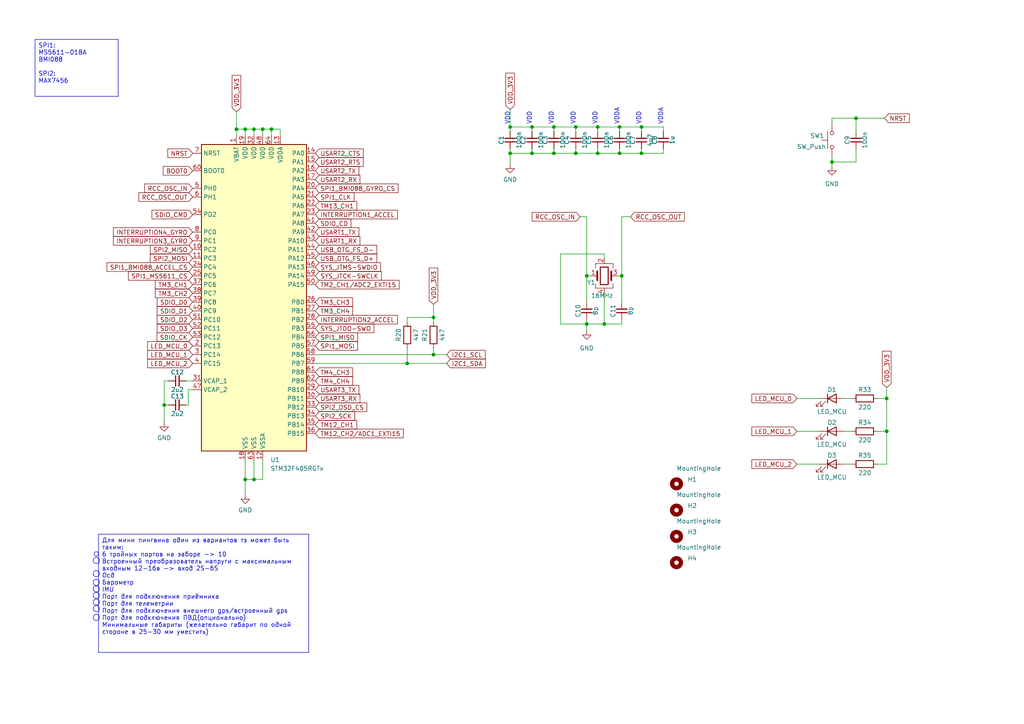
<source format=kicad_sch>
(kicad_sch (version 20230121) (generator eeschema)
  (paper "A4")
  (lib_symbols
    (symbol "Device:C_Small" (pin_numbers hide) (pin_names (offset 0.254) hide)
      (property "Reference" "C" (at 0.254 1.778 0))
      (property "Value" "C_Small" (at 0.254 -2.032 0))
      (symbol "C_Small_0_1"
        (polyline (pts (xy -1.524 -0.508) (xy 1.524 -0.508)) (stroke (width 0.3302)))
        (polyline (pts (xy -1.524 0.508) (xy 1.524 0.508)) (stroke (width 0.3048)))
      )
      (symbol "C_Small_1_1"
        (pin passive line (at 0 2.54 270) (length 2.032) (name "~") (number "1"))
        (pin passive line (at 0 -2.54 90) (length 2.032) (name "~") (number "2"))
      )
    )
    (symbol "Device:Crystal_GND24" (pin_names (offset 1.016) hide)
      (property "Reference" "Y" (at 3.175 5.08 0))
      (property "Value" "Crystal_GND24" (at 3.175 3.175 0))
      (symbol "Crystal_GND24_0_1"
        (rectangle (start -1.143 2.54) (end 1.143 -2.54) (stroke (width 0.3048)))
        (polyline (pts (xy -2.54 0) (xy -2.032 0)))
        (polyline (pts (xy -2.032 -1.27) (xy -2.032 1.27)) (stroke (width 0.508)))
        (polyline (pts (xy 0 -3.81) (xy 0 -3.556)))
        (polyline (pts (xy 0 3.556) (xy 0 3.81)))
        (polyline (pts (xy 2.032 -1.27) (xy 2.032 1.27)) (stroke (width 0.508)))
        (polyline (pts (xy 2.032 0) (xy 2.54 0)))
        (polyline (pts (xy -2.54 -2.286) (xy -2.54 -3.556) (xy 2.54 -3.556) (xy 2.54 -2.286)))
        (polyline (pts (xy -2.54 2.286) (xy -2.54 3.556) (xy 2.54 3.556) (xy 2.54 2.286)))
      )
      (symbol "Crystal_GND24_1_1"
        (pin passive line (at -3.81 0 0) (length 1.27) (name "1") (number "1"))
        (pin passive line (at 0 5.08 270) (length 1.27) (name "2") (number "2"))
        (pin passive line (at 3.81 0 180) (length 1.27) (name "3") (number "3"))
        (pin passive line (at 0 -5.08 90) (length 1.27) (name "4") (number "4"))
      )
    )
    (symbol "Device:LED" (pin_numbers hide) (pin_names (offset 1.016) hide)
      (property "Reference" "D" (at 0 2.54 0))
      (property "Value" "LED" (at 0 -2.54 0))
      (symbol "LED_0_1"
        (polyline (pts (xy -1.27 -1.27) (xy -1.27 1.27)) (stroke (width 0.254)))
        (polyline (pts (xy -1.27 0) (xy 1.27 0)))
        (polyline (pts (xy 1.27 -1.27) (xy 1.27 1.27) (xy -1.27 0) (xy 1.27 -1.27)) (stroke (width 0.254)))
        (polyline (pts (xy -3.048 -0.762) (xy -4.572 -2.286) (xy -3.81 -2.286) (xy -4.572 -2.286) (xy -4.572 -1.524)))
        (polyline (pts (xy -1.778 -0.762) (xy -3.302 -2.286) (xy -2.54 -2.286) (xy -3.302 -2.286) (xy -3.302 -1.524)))
      )
      (symbol "LED_1_1"
        (pin passive line (at -3.81 0 0) (length 2.54) (name "K") (number "1"))
        (pin passive line (at 3.81 0 180) (length 2.54) (name "A") (number "2"))
      )
    )
    (symbol "Device:R" (pin_numbers hide) (pin_names (offset 0))
      (property "Reference" "R" (at 2.032 0 90))
      (property "Value" "R" (at 0 0 90))
      (symbol "R_0_1"
        (rectangle (start -1.016 -2.54) (end 1.016 2.54) (stroke (width 0.254)))
      )
      (symbol "R_1_1"
        (pin passive line (at 0 3.81 270) (length 1.27) (name "~") (number "1"))
        (pin passive line (at 0 -3.81 90) (length 1.27) (name "~") (number "2"))
      )
    )
    (symbol "MCU_ST_STM32F4:STM32F405RGTx"
      (property "Reference" "U1" (at 4.7341 -45.72 0))
      (property "Value" "STM32F405RGTx" (at 4.7341 -48.26 0))
      (symbol "STM32F405RGTx_0_1"
        (rectangle (start -15.24 45.72) (end 15.24 -43.18) (stroke (width 0.254)) (fill (type background)))
      )
      (symbol "STM32F405RGTx_1_1"
        (pin power_in line (at -5.08 48.26 270) (length 2.54) (name "VBAT") (number "1"))
        (pin bidirectional line (at -17.78 15.24 0) (length 2.54) (name "PC2") (number "10"))
        (pin bidirectional line (at -17.78 12.7 0) (length 2.54) (name "PC3") (number "11"))
        (pin power_in line (at 2.54 -45.72 90) (length 2.54) (name "VSSA") (number "12"))
        (pin power_in line (at 7.62 48.26 270) (length 2.54) (name "VDDA") (number "13"))
        (pin bidirectional line (at 17.78 43.18 180) (length 2.54) (name "PA0") (number "14"))
        (pin bidirectional line (at 17.78 40.64 180) (length 2.54) (name "PA1") (number "15"))
        (pin bidirectional line (at 17.78 38.1 180) (length 2.54) (name "PA2") (number "16"))
        (pin bidirectional line (at 17.78 35.56 180) (length 2.54) (name "PA3") (number "17"))
        (pin power_in line (at -2.54 -45.72 90) (length 2.54) (name "VSS") (number "18"))
        (pin power_in line (at -2.54 48.26 270) (length 2.54) (name "VDD") (number "19"))
        (pin bidirectional line (at -17.78 -12.7 0) (length 2.54) (name "PC13") (number "2"))
        (pin bidirectional line (at 17.78 33.02 180) (length 2.54) (name "PA4") (number "20"))
        (pin bidirectional line (at 17.78 30.48 180) (length 2.54) (name "PA5") (number "21"))
        (pin bidirectional line (at 17.78 27.94 180) (length 2.54) (name "PA6") (number "22"))
        (pin bidirectional line (at 17.78 25.4 180) (length 2.54) (name "PA7") (number "23"))
        (pin bidirectional line (at -17.78 10.16 0) (length 2.54) (name "PC4") (number "24"))
        (pin bidirectional line (at -17.78 7.62 0) (length 2.54) (name "PC5") (number "25"))
        (pin bidirectional line (at 17.78 0 180) (length 2.54) (name "PB0") (number "26"))
        (pin bidirectional line (at 17.78 -2.54 180) (length 2.54) (name "PB1") (number "27"))
        (pin bidirectional line (at 17.78 -5.08 180) (length 2.54) (name "PB2") (number "28"))
        (pin bidirectional line (at 17.78 -25.4 180) (length 2.54) (name "PB10") (number "29"))
        (pin bidirectional line (at -17.78 -15.24 0) (length 2.54) (name "PC14") (number "3"))
        (pin bidirectional line (at 17.78 -27.94 180) (length 2.54) (name "PB11") (number "30"))
        (pin power_out line (at -17.78 -22.86 0) (length 2.54) (name "VCAP_1") (number "31"))
        (pin power_in line (at 0 48.26 270) (length 2.54) (name "VDD") (number "32"))
        (pin bidirectional line (at 17.78 -30.48 180) (length 2.54) (name "PB12") (number "33"))
        (pin bidirectional line (at 17.78 -33.02 180) (length 2.54) (name "PB13") (number "34"))
        (pin bidirectional line (at 17.78 -35.56 180) (length 2.54) (name "PB14") (number "35"))
        (pin bidirectional line (at 17.78 -38.1 180) (length 2.54) (name "PB15") (number "36"))
        (pin bidirectional line (at -17.78 5.08 0) (length 2.54) (name "PC6") (number "37"))
        (pin bidirectional line (at -17.78 2.54 0) (length 2.54) (name "PC7") (number "38"))
        (pin bidirectional line (at -17.78 0 0) (length 2.54) (name "PC8") (number "39"))
        (pin bidirectional line (at -17.78 -17.78 0) (length 2.54) (name "PC15") (number "4"))
        (pin bidirectional line (at -17.78 -2.54 0) (length 2.54) (name "PC9") (number "40"))
        (pin bidirectional line (at 17.78 22.86 180) (length 2.54) (name "PA8") (number "41"))
        (pin bidirectional line (at 17.78 20.32 180) (length 2.54) (name "PA9") (number "42"))
        (pin bidirectional line (at 17.78 17.78 180) (length 2.54) (name "PA10") (number "43"))
        (pin bidirectional line (at 17.78 15.24 180) (length 2.54) (name "PA11") (number "44"))
        (pin bidirectional line (at 17.78 12.7 180) (length 2.54) (name "PA12") (number "45"))
        (pin bidirectional line (at 17.78 10.16 180) (length 2.54) (name "PA13") (number "46"))
        (pin power_out line (at -17.78 -25.4 0) (length 2.54) (name "VCAP_2") (number "47"))
        (pin power_in line (at 2.54 48.26 270) (length 2.54) (name "VDD") (number "48"))
        (pin bidirectional line (at 17.78 7.62 180) (length 2.54) (name "PA14") (number "49"))
        (pin bidirectional line (at -17.78 33.02 0) (length 2.54) (name "PH0") (number "5"))
        (pin bidirectional line (at 17.78 5.08 180) (length 2.54) (name "PA15") (number "50"))
        (pin bidirectional line (at -17.78 -5.08 0) (length 2.54) (name "PC10") (number "51"))
        (pin bidirectional line (at -17.78 -7.62 0) (length 2.54) (name "PC11") (number "52"))
        (pin bidirectional line (at -17.78 -10.16 0) (length 2.54) (name "PC12") (number "53"))
        (pin bidirectional line (at -17.78 25.4 0) (length 2.54) (name "PD2") (number "54"))
        (pin bidirectional line (at 17.78 -7.62 180) (length 2.54) (name "PB3") (number "55"))
        (pin bidirectional line (at 17.78 -10.16 180) (length 2.54) (name "PB4") (number "56"))
        (pin bidirectional line (at 17.78 -12.7 180) (length 2.54) (name "PB5") (number "57"))
        (pin bidirectional line (at 17.78 -15.24 180) (length 2.54) (name "PB6") (number "58"))
        (pin bidirectional line (at 17.78 -17.78 180) (length 2.54) (name "PB7") (number "59"))
        (pin bidirectional line (at -17.78 30.48 0) (length 2.54) (name "PH1") (number "6"))
        (pin input line (at -17.78 38.1 0) (length 2.54) (name "BOOT0") (number "60"))
        (pin bidirectional line (at 17.78 -20.32 180) (length 2.54) (name "PB8") (number "61"))
        (pin bidirectional line (at 17.78 -22.86 180) (length 2.54) (name "PB9") (number "62"))
        (pin power_in line (at 0 -45.72 90) (length 2.54) (name "VSS") (number "63"))
        (pin power_in line (at 5.08 48.26 270) (length 2.54) (name "VDD") (number "64"))
        (pin input line (at -17.78 43.18 0) (length 2.54) (name "NRST") (number "7"))
        (pin bidirectional line (at -17.78 20.32 0) (length 2.54) (name "PC0") (number "8"))
        (pin bidirectional line (at -17.78 17.78 0) (length 2.54) (name "PC1") (number "9"))
      )
    )
    (symbol "Mechanical:MountingHole" (pin_names (offset 1.016))
      (property "Reference" "H" (at 0 5.08 0))
      (property "Value" "MountingHole" (at 0 3.175 0))
      (symbol "MountingHole_0_1"
        (circle (center 0 0) (radius 1.27) (stroke (width 1.27)))
      )
    )
    (symbol "Switch:SW_Push" (pin_numbers hide) (pin_names (offset 1.016) hide)
      (property "Reference" "SW" (at 1.27 2.54 0))
      (property "Value" "SW_Push" (at 0 -1.524 0))
      (symbol "SW_Push_0_1"
        (circle (center -2.032 0) (radius 0.508))
        (polyline (pts (xy 0 1.27) (xy 0 3.048)))
        (polyline (pts (xy 2.54 1.27) (xy -2.54 1.27)))
        (circle (center 2.032 0) (radius 0.508))
        (pin passive line (at -5.08 0 0) (length 2.54) (name "1") (number "1"))
        (pin passive line (at 5.08 0 180) (length 2.54) (name "2") (number "2"))
      )
    )
    (symbol "power:GND" (power) (pin_names (offset 0))
      (property "Value" "GND" (at 0 -3.81 0))
      (symbol "GND_0_1"
        (polyline (pts (xy 0 0) (xy 0 -1.27) (xy 1.27 -1.27) (xy 0 -2.54) (xy -1.27 -1.27) (xy 0 -1.27)))
      )
      (symbol "GND_1_1"
        (pin power_in line (at 0 0 270) (length 0) hide (name "GND") (number "1"))
      )
    )
  )
  (junction (at 241.3 46.99))
  (junction (at 118.11 105.41))
  (junction (at 73.66 37.465))
  (junction (at 147.955 44.45))
  (junction (at 78.74 37.465))
  (junction (at 248.285 34.29))
  (junction (at 175.26 93.98))
  (junction (at 170.18 80.01))
  (junction (at 73.66 139.065))
  (junction (at 71.12 37.465))
  (junction (at 160.655 44.45))
  (junction (at 125.73 102.87))
  (junction (at 147.955 36.83))
  (junction (at 71.12 139.065))
  (junction (at 180.34 80.01))
  (junction (at 47.625 117.475))
  (junction (at 76.2 37.465))
  (junction (at 154.305 36.83))
  (junction (at 154.305 44.45))
  (junction (at 186.055 44.45))
  (junction (at 179.705 36.83))
  (junction (at 179.705 44.45))
  (junction (at 68.58 37.465))
  (junction (at 160.655 36.83))
  (junction (at 257.175 115.57))
  (junction (at 257.175 125.095))
  (junction (at 167.005 44.45))
  (junction (at 170.18 93.98))
  (junction (at 173.355 36.83))
  (junction (at 125.73 92.075))
  (junction (at 186.055 36.83))
  (junction (at 173.355 44.45))
  (junction (at 167.005 36.83))
  (wire (pts (xy 248.285 34.29) (xy 248.285 38.1)))
  (wire (pts (xy 241.3 35.56) (xy 241.3 34.29)))
  (wire (pts (xy 192.405 36.83) (xy 186.055 36.83)))
  (wire (pts (xy 170.18 92.71) (xy 170.18 93.98)))
  (wire (pts (xy 167.005 44.45) (xy 160.655 44.45)))
  (wire (pts (xy 73.66 139.065) (xy 76.2 139.065)))
  (wire (pts (xy 180.34 87.63) (xy 180.34 80.01)))
  (wire (pts (xy 160.655 44.45) (xy 154.305 44.45)))
  (wire (pts (xy 54.61 117.475) (xy 54.61 113.03)))
  (wire (pts (xy 175.26 73.66) (xy 175.26 74.93)))
  (wire (pts (xy 231.14 134.62) (xy 237.49 134.62)))
  (wire (pts (xy 160.655 43.18) (xy 160.655 44.45)))
  (wire (pts (xy 257.175 115.57) (xy 257.175 125.095)))
  (wire (pts (xy 160.655 36.83) (xy 160.655 38.1)))
  (wire (pts (xy 170.18 62.865) (xy 170.18 80.01)))
  (wire (pts (xy 186.055 43.18) (xy 186.055 44.45)))
  (wire (pts (xy 179.07 80.01) (xy 180.34 80.01)))
  (wire (pts (xy 71.12 133.35) (xy 71.12 139.065)))
  (wire (pts (xy 192.405 44.45) (xy 186.055 44.45)))
  (wire (pts (xy 147.955 44.45) (xy 147.955 43.18)))
  (wire (pts (xy 78.74 37.465) (xy 81.28 37.465)))
  (wire (pts (xy 192.405 38.1) (xy 192.405 36.83)))
  (wire (pts (xy 125.73 102.87) (xy 91.44 102.87)))
  (wire (pts (xy 160.655 36.83) (xy 167.005 36.83)))
  (wire (pts (xy 125.73 88.265) (xy 125.73 92.075)))
  (wire (pts (xy 167.005 38.1) (xy 167.005 36.83)))
  (wire (pts (xy 73.66 133.35) (xy 73.66 139.065)))
  (wire (pts (xy 78.74 39.37) (xy 78.74 37.465)))
  (wire (pts (xy 154.305 36.83) (xy 160.655 36.83)))
  (wire (pts (xy 241.3 46.99) (xy 241.3 45.72)))
  (wire (pts (xy 231.14 115.57) (xy 237.49 115.57)))
  (wire (pts (xy 53.975 110.49) (xy 55.88 110.49)))
  (wire (pts (xy 118.11 100.965) (xy 118.11 105.41)))
  (wire (pts (xy 175.26 85.09) (xy 175.26 93.98)))
  (wire (pts (xy 179.705 38.1) (xy 179.705 36.83)))
  (wire (pts (xy 76.2 37.465) (xy 76.2 39.37)))
  (wire (pts (xy 180.34 62.865) (xy 180.34 80.01)))
  (wire (pts (xy 248.285 34.29) (xy 256.54 34.29)))
  (wire (pts (xy 180.34 92.71) (xy 180.34 93.98)))
  (wire (pts (xy 173.355 44.45) (xy 167.005 44.45)))
  (wire (pts (xy 154.305 44.45) (xy 147.955 44.45)))
  (wire (pts (xy 170.18 93.98) (xy 175.26 93.98)))
  (wire (pts (xy 147.955 31.75) (xy 147.955 36.83)))
  (wire (pts (xy 68.58 37.465) (xy 71.12 37.465)))
  (wire (pts (xy 254.635 125.095) (xy 257.175 125.095)))
  (wire (pts (xy 170.18 62.865) (xy 168.275 62.865)))
  (wire (pts (xy 241.3 46.99) (xy 241.3 48.26)))
  (wire (pts (xy 186.055 44.45) (xy 179.705 44.45)))
  (wire (pts (xy 154.305 43.18) (xy 154.305 44.45)))
  (wire (pts (xy 54.61 117.475) (xy 53.975 117.475)))
  (wire (pts (xy 173.355 43.18) (xy 173.355 44.45)))
  (wire (pts (xy 170.18 87.63) (xy 170.18 80.01)))
  (wire (pts (xy 118.11 92.075) (xy 118.11 93.345)))
  (wire (pts (xy 129.54 102.87) (xy 125.73 102.87)))
  (wire (pts (xy 170.18 80.01) (xy 171.45 80.01)))
  (wire (pts (xy 125.73 92.075) (xy 118.11 92.075)))
  (wire (pts (xy 147.955 44.45) (xy 147.955 47.625)))
  (wire (pts (xy 76.2 37.465) (xy 78.74 37.465)))
  (wire (pts (xy 186.055 36.83) (xy 186.055 38.1)))
  (wire (pts (xy 179.705 36.83) (xy 173.355 36.83)))
  (wire (pts (xy 179.705 43.18) (xy 179.705 44.45)))
  (wire (pts (xy 118.11 105.41) (xy 91.44 105.41)))
  (wire (pts (xy 125.73 92.075) (xy 125.73 93.345)))
  (wire (pts (xy 47.625 110.49) (xy 47.625 117.475)))
  (wire (pts (xy 170.18 93.98) (xy 170.18 95.885)))
  (wire (pts (xy 245.11 115.57) (xy 247.015 115.57)))
  (wire (pts (xy 182.88 62.865) (xy 180.34 62.865)))
  (wire (pts (xy 167.005 36.83) (xy 173.355 36.83)))
  (wire (pts (xy 129.54 105.41) (xy 118.11 105.41)))
  (wire (pts (xy 192.405 43.18) (xy 192.405 44.45)))
  (wire (pts (xy 231.14 125.095) (xy 237.49 125.095)))
  (wire (pts (xy 245.11 125.095) (xy 247.015 125.095)))
  (wire (pts (xy 81.28 37.465) (xy 81.28 39.37)))
  (wire (pts (xy 179.705 44.45) (xy 173.355 44.45)))
  (wire (pts (xy 147.955 36.83) (xy 147.955 38.1)))
  (wire (pts (xy 71.12 37.465) (xy 73.66 37.465)))
  (wire (pts (xy 173.355 36.83) (xy 173.355 38.1)))
  (wire (pts (xy 71.12 37.465) (xy 71.12 39.37)))
  (wire (pts (xy 47.625 110.49) (xy 48.895 110.49)))
  (wire (pts (xy 73.66 39.37) (xy 73.66 37.465)))
  (wire (pts (xy 248.285 43.18) (xy 248.285 46.99)))
  (wire (pts (xy 54.61 113.03) (xy 55.88 113.03)))
  (wire (pts (xy 257.175 125.095) (xy 257.175 134.62)))
  (wire (pts (xy 254.635 134.62) (xy 257.175 134.62)))
  (wire (pts (xy 73.66 37.465) (xy 76.2 37.465)))
  (wire (pts (xy 68.58 39.37) (xy 68.58 37.465)))
  (wire (pts (xy 154.305 36.83) (xy 147.955 36.83)))
  (wire (pts (xy 167.005 43.18) (xy 167.005 44.45)))
  (wire (pts (xy 175.26 93.98) (xy 180.34 93.98)))
  (wire (pts (xy 71.12 139.065) (xy 73.66 139.065)))
  (wire (pts (xy 254.635 115.57) (xy 257.175 115.57)))
  (wire (pts (xy 154.305 38.1) (xy 154.305 36.83)))
  (wire (pts (xy 241.3 34.29) (xy 248.285 34.29)))
  (wire (pts (xy 175.26 73.66) (xy 162.56 73.66)))
  (wire (pts (xy 47.625 117.475) (xy 48.895 117.475)))
  (wire (pts (xy 257.175 112.395) (xy 257.175 115.57)))
  (wire (pts (xy 76.2 139.065) (xy 76.2 133.35)))
  (wire (pts (xy 186.055 36.83) (xy 179.705 36.83)))
  (wire (pts (xy 125.73 100.965) (xy 125.73 102.87)))
  (wire (pts (xy 162.56 73.66) (xy 162.56 93.98)))
  (wire (pts (xy 68.58 32.385) (xy 68.58 37.465)))
  (wire (pts (xy 245.11 134.62) (xy 247.015 134.62)))
  (wire (pts (xy 71.12 143.51) (xy 71.12 139.065)))
  (wire (pts (xy 47.625 117.475) (xy 47.625 122.555)))
  (wire (pts (xy 248.285 46.99) (xy 241.3 46.99)))
  (wire (pts (xy 162.56 93.98) (xy 170.18 93.98)))
  (circle (center 27.94 162.56) (radius 0.898))
  (circle (center 27.94 172.72) (radius 0.898))
  (circle (center 27.94 166.37) (radius 0.898))
  (circle (center 27.94 179.07) (radius 0.898))
  (circle (center 27.94 174.625) (radius 0.898))
  (circle (center 27.94 160.655) (radius 0.635))
  (circle (center 27.94 170.815) (radius 0.898))
  (circle (center 27.94 168.91) (radius 0.898))
  (circle (center 27.94 176.53) (radius 0.898))
  (image (at 190.5 -35.56))
  (text_box "SPI1:\nMS5611-01BA\nBMI088\n\nSPI2:\nMAX7456\n" (at 10.16 11.43 0) (size 24.13 16.51) (effects (font (size 1.27 1.27)) (justify left top)))
  (text_box "Для мини пингвина один из вариантов тз может быть таким:\n6 тройных портов на заборе -> 10\nВстроенный преобразователь напруги с максимальным входным 12-16в -> вход 2S-6S\nОсд\nБарометр\nIMU\nПорт для подключения приëмника\nПорт для телеметрии\nПорт для подключения внешнего gps/встроенный gps\nПорт для подключения ПВД(опционально)\nМинимальные габариты (желательно габарит по одной стороне в 25-30 мм уместить)" (at 28.575 154.94 0) (size 60.96 34.29) (effects (font (size 1.27 1.27)) (justify left top)))
  (text "VDD\n" (at 147.955 36.195 90) (effects (font (size 1.27 1.27)) (justify left bottom)))
  (text "VDD\n" (at 160.655 36.195 90) (effects (font (size 1.27 1.27)) (justify left bottom)))
  (text "VDDA" (at 192.405 36.195 90) (effects (font (size 1.27 1.27)) (justify left bottom)))
  (text "VDD\n" (at 186.055 36.195 90) (effects (font (size 1.27 1.27)) (justify left bottom)))
  (text "VDD\n" (at 173.355 36.195 90) (effects (font (size 1.27 1.27)) (justify left bottom)))
  (text "VDD\n" (at 167.005 36.195 90) (effects (font (size 1.27 1.27)) (justify left bottom)))
  (text "VDDA" (at 179.705 36.195 90) (effects (font (size 1.27 1.27)) (justify left bottom)))
  (text "VDD\n" (at 154.305 36.195 90) (effects (font (size 1.27 1.27)) (justify left bottom)))
  (global_label "NRST" (shape input) (at 55.88 44.45 180) (property "Intersheetrefs" "${INTERSHEET_REFS}" (effects hide)))
  (global_label "SDIO_CD" (shape input) (at 91.44 64.77 0) (property "Intersheetrefs" "${INTERSHEET_REFS}" (effects hide)))
  (global_label "TM12_CH2{slash}ADC1_EXTI15" (shape input) (at 91.44 125.73 0) (property "Intersheetrefs" "${INTERSHEET_REFS}" (effects hide)))
  (global_label "TM3_CH4" (shape input) (at 91.44 90.17 0) (property "Intersheetrefs" "${INTERSHEET_REFS}" (effects hide)))
  (global_label "USART2_RTS" (shape input) (at 91.44 46.99 0) (property "Intersheetrefs" "${INTERSHEET_REFS}" (effects hide)))
  (global_label "LED_MCU_1" (shape input) (at 231.14 125.095 180) (property "Intersheetrefs" "${INTERSHEET_REFS}" (effects hide)))
  (global_label "INTERRUPTION2_ACCEL" (shape input) (at 91.44 92.71 0) (property "Intersheetrefs" "${INTERSHEET_REFS}" (effects hide)))
  (global_label "TM3_CH2" (shape input) (at 55.88 85.09 180) (property "Intersheetrefs" "${INTERSHEET_REFS}" (effects hide)))
  (global_label "LED_MCU_0" (shape input) (at 231.14 115.57 180) (property "Intersheetrefs" "${INTERSHEET_REFS}" (effects hide)))
  (global_label "USART2_CTS" (shape input) (at 91.44 44.45 0) (property "Intersheetrefs" "${INTERSHEET_REFS}" (effects hide)))
  (global_label "SPI2_MISO" (shape input) (at 55.88 72.39 180) (property "Intersheetrefs" "${INTERSHEET_REFS}" (effects hide)))
  (global_label "SDIO_D3" (shape input) (at 55.88 95.25 180) (property "Intersheetrefs" "${INTERSHEET_REFS}" (effects hide)))
  (global_label "RCC_OSC_OUT" (shape input) (at 182.88 62.865 0) (property "Intersheetrefs" "${INTERSHEET_REFS}" (effects hide)))
  (global_label "VDD_3V3" (shape input) (at 147.955 31.75 90) (property "Intersheetrefs" "${INTERSHEET_REFS}" (effects hide)))
  (global_label "SDIO_D2" (shape input) (at 55.88 92.71 180) (property "Intersheetrefs" "${INTERSHEET_REFS}" (effects hide)))
  (global_label "SPI1_MS5611_CS" (shape input) (at 55.88 80.01 180) (property "Intersheetrefs" "${INTERSHEET_REFS}" (effects hide)))
  (global_label "RCC_OSC_OUT" (shape input) (at 55.88 57.15 180) (property "Intersheetrefs" "${INTERSHEET_REFS}" (effects hide)))
  (global_label "LED_MCU_2" (shape input) (at 55.88 105.41 180) (property "Intersheetrefs" "${INTERSHEET_REFS}" (effects hide)))
  (global_label "USART1_RX" (shape input) (at 91.44 69.85 0) (property "Intersheetrefs" "${INTERSHEET_REFS}" (effects hide)))
  (global_label "LED_MCU_1" (shape input) (at 55.88 102.87 180) (property "Intersheetrefs" "${INTERSHEET_REFS}" (effects hide)))
  (global_label "INTERRUPTION3_GYRO" (shape input) (at 55.88 69.85 180) (property "Intersheetrefs" "${INTERSHEET_REFS}" (effects hide)))
  (global_label "SYS_JTMS-SWDIO" (shape input) (at 91.44 77.47 0) (property "Intersheetrefs" "${INTERSHEET_REFS}" (effects hide)))
  (global_label "SPI2_MOSI" (shape input) (at 55.88 74.93 180) (property "Intersheetrefs" "${INTERSHEET_REFS}" (effects hide)))
  (global_label "TM4_CH4" (shape input) (at 91.44 110.49 0) (property "Intersheetrefs" "${INTERSHEET_REFS}" (effects hide)))
  (global_label "SYS_JTCK-SWCLK" (shape input) (at 91.44 80.01 0) (property "Intersheetrefs" "${INTERSHEET_REFS}" (effects hide)))
  (global_label "SPI1_CLK" (shape input) (at 91.44 57.15 0) (property "Intersheetrefs" "${INTERSHEET_REFS}" (effects hide)))
  (global_label "SDIO_CMD" (shape input) (at 55.88 62.23 180) (property "Intersheetrefs" "${INTERSHEET_REFS}" (effects hide)))
  (global_label "SPI1_BMI088_ACCEL_CS" (shape input) (at 55.88 77.47 180) (property "Intersheetrefs" "${INTERSHEET_REFS}" (effects hide)))
  (global_label "SPI1_BMI088_GYRO_CS" (shape input) (at 91.44 54.61 0) (property "Intersheetrefs" "${INTERSHEET_REFS}" (effects hide)))
  (global_label "SYS_JTDO-SWO" (shape input) (at 91.44 95.25 0) (property "Intersheetrefs" "${INTERSHEET_REFS}" (effects hide)))
  (global_label "TM12_CH1" (shape input) (at 91.44 123.19 0) (property "Intersheetrefs" "${INTERSHEET_REFS}" (effects hide)))
  (global_label "VDD_3V3" (shape input) (at 68.58 32.385 90) (property "Intersheetrefs" "${INTERSHEET_REFS}" (effects hide)))
  (global_label "INTERRUPTION4_GYRO" (shape input) (at 55.88 67.31 180) (property "Intersheetrefs" "${INTERSHEET_REFS}" (effects hide)))
  (global_label "USB_OTG_FS_D+" (shape input) (at 91.44 74.93 0) (property "Intersheetrefs" "${INTERSHEET_REFS}" (effects hide)))
  (global_label "RCC_OSC_IN" (shape input) (at 168.275 62.865 180) (property "Intersheetrefs" "${INTERSHEET_REFS}" (effects hide)))
  (global_label "SDIO_CK" (shape input) (at 55.88 97.79 180) (property "Intersheetrefs" "${INTERSHEET_REFS}" (effects hide)))
  (global_label "SDIO_D0" (shape input) (at 55.88 87.63 180) (property "Intersheetrefs" "${INTERSHEET_REFS}" (effects hide)))
  (global_label "RCC_OSC_IN" (shape input) (at 55.88 54.61 180) (property "Intersheetrefs" "${INTERSHEET_REFS}" (effects hide)))
  (global_label "LED_MCU_0" (shape input) (at 55.88 100.33 180) (property "Intersheetrefs" "${INTERSHEET_REFS}" (effects hide)))
  (global_label "TM3_CH1" (shape input) (at 55.88 82.55 180) (property "Intersheetrefs" "${INTERSHEET_REFS}" (effects hide)))
  (global_label "VDD_3V3" (shape input) (at 125.73 88.265 90) (property "Intersheetrefs" "${INTERSHEET_REFS}" (effects hide)))
  (global_label "LED_MCU_2" (shape input) (at 231.14 134.62 180) (property "Intersheetrefs" "${INTERSHEET_REFS}" (effects hide)))
  (global_label "SPI1_MOSI" (shape input) (at 91.44 100.33 0) (property "Intersheetrefs" "${INTERSHEET_REFS}" (effects hide)))
  (global_label "USB_OTG_FS_D-" (shape input) (at 91.44 72.39 0) (property "Intersheetrefs" "${INTERSHEET_REFS}" (effects hide)))
  (global_label "SPI2_OSD_CS" (shape input) (at 91.44 118.11 0) (property "Intersheetrefs" "${INTERSHEET_REFS}" (effects hide)))
  (global_label "TM13_CH1" (shape input) (at 91.44 59.69 0) (property "Intersheetrefs" "${INTERSHEET_REFS}" (effects hide)))
  (global_label "VDD_3V3" (shape input) (at 257.175 112.395 90) (property "Intersheetrefs" "${INTERSHEET_REFS}" (effects hide)))
  (global_label "TM2_CH1{slash}ADC2_EXTI15" (shape input) (at 91.44 82.55 0) (property "Intersheetrefs" "${INTERSHEET_REFS}" (effects hide)))
  (global_label "BOOT0" (shape input) (at 55.88 49.53 180) (property "Intersheetrefs" "${INTERSHEET_REFS}" (effects hide)))
  (global_label "I2C1_SDA" (shape input) (at 129.54 105.41 0) (property "Intersheetrefs" "${INTERSHEET_REFS}" (effects hide)))
  (global_label "TM3_CH3" (shape input) (at 91.44 87.63 0) (property "Intersheetrefs" "${INTERSHEET_REFS}" (effects hide)))
  (global_label "USART3_RX" (shape input) (at 91.44 115.57 0) (property "Intersheetrefs" "${INTERSHEET_REFS}" (effects hide)))
  (global_label "TM4_CH3" (shape input) (at 91.44 107.95 0) (property "Intersheetrefs" "${INTERSHEET_REFS}" (effects hide)))
  (global_label "USART2_RX" (shape input) (at 91.44 52.07 0) (property "Intersheetrefs" "${INTERSHEET_REFS}" (effects hide)))
  (global_label "I2C1_SCL" (shape input) (at 129.54 102.87 0) (property "Intersheetrefs" "${INTERSHEET_REFS}" (effects hide)))
  (global_label "SDIO_D1" (shape input) (at 55.88 90.17 180) (property "Intersheetrefs" "${INTERSHEET_REFS}" (effects hide)))
  (global_label "USART2_TX" (shape input) (at 91.44 49.53 0) (property "Intersheetrefs" "${INTERSHEET_REFS}" (effects hide)))
  (global_label "USART3_TX" (shape input) (at 91.44 113.03 0) (property "Intersheetrefs" "${INTERSHEET_REFS}" (effects hide)))
  (global_label "SPI1_MISO" (shape input) (at 91.44 97.79 0) (property "Intersheetrefs" "${INTERSHEET_REFS}" (effects hide)))
  (global_label "NRST" (shape input) (at 256.54 34.29 0) (property "Intersheetrefs" "${INTERSHEET_REFS}" (effects hide)))
  (global_label "SPI2_SCK" (shape input) (at 91.44 120.65 0) (property "Intersheetrefs" "${INTERSHEET_REFS}" (effects hide)))
  (global_label "INTERRUPTION1_ACCEL" (shape input) (at 91.44 62.23 0) (property "Intersheetrefs" "${INTERSHEET_REFS}" (effects hide)))
  (global_label "USART1_TX" (shape input) (at 91.44 67.31 0) (property "Intersheetrefs" "${INTERSHEET_REFS}" (effects hide)))
  (symbol (lib_id "Mechanical:MountingHole") (at 196.215 147.955 0) (unit 1)
    (property "Reference" "H2" (at 199.39 146.685 0) (effects (justify left)))
    (property "Value" "MountingHole" (at 196.215 143.51 0) (effects (justify left)))
    (property "Footprint" "MountingHole:MountingHole_2.2mm_M2_Pad_Via" (effects hide))
  )
  (symbol (lib_id "Mechanical:MountingHole") (at 196.215 140.335 0) (unit 1)
    (property "Reference" "H1" (at 199.39 139.065 0) (effects (justify left)))
    (property "Value" "MountingHole" (at 196.215 135.89 0) (effects (justify left)))
    (property "Footprint" "MountingHole:MountingHole_2.2mm_M2_Pad_Via" (effects hide))
  )
  (symbol (lib_id "Mechanical:MountingHole") (at 196.215 163.195 0) (unit 1)
    (property "Reference" "H4" (at 199.39 161.925 0) (effects (justify left)))
    (property "Value" "MountingHole" (at 196.215 158.75 0) (effects (justify left)))
    (property "Footprint" "MountingHole:MountingHole_2.2mm_M2_Pad_Via" (effects hide))
  )
  (symbol (lib_id "Device:C_Small") (at 179.705 40.64 180) (unit 1)
    (property "Reference" "C6" (at 177.165 40.64 90))
    (property "Value" "100n" (at 182.245 40.64 90))
    (property "Footprint" "Capacitor_SMD:C_0402_1005Metric" (effects hide))
  )
  (symbol (lib_id "Device:LED") (at 241.3 125.095 0) (unit 1)
    (property "Reference" "D2" (at 241.3 122.555 0))
    (property "Value" "LED_MCU" (at 241.3 128.905 0))
    (property "Footprint" "LED_SMD:LED_0603_1608Metric" (effects hide))
  )
  (symbol (lib_id "Device:R") (at 250.825 134.62 90) (unit 1)
    (property "Reference" "R35" (at 250.825 132.08 90))
    (property "Value" "220" (at 250.825 137.16 90))
    (property "Footprint" "Resistor_SMD:R_0402_1005Metric" (effects hide))
  )
  (symbol (lib_id "Device:LED") (at 241.3 115.57 0) (unit 1)
    (property "Reference" "D1" (at 241.3 113.03 0))
    (property "Value" "LED_MCU" (at 241.3 119.38 0))
    (property "Footprint" "LED_SMD:LED_0603_1608Metric" (effects hide))
  )
  (symbol (lib_id "Device:C_Small") (at 51.435 110.49 90) (unit 1)
    (property "Reference" "C12" (at 51.435 107.95 90))
    (property "Value" "2u2" (at 51.435 113.03 90))
    (property "Footprint" "Capacitor_SMD:C_0402_1005Metric" (effects hide))
  )
  (symbol (lib_id "MCU_ST_STM32F4:STM32F405RGTx") (at 73.66 87.63 0) (unit 1)
    (property "Reference" "U1" (at 78.3941 133.35 0) (effects (justify left)))
    (property "Value" "STM32F405RGTx" (at 78.3941 135.89 0) (effects (justify left)))
    (property "Footprint" "Package_QFP:LQFP-64_10x10mm_P0.5mm" (effects hide))
    (property "Datasheet" "https://www.st.com/resource/en/datasheet/stm32f405rg.pdf" (effects hide))
  )
  (symbol (lib_id "Device:C_Small") (at 160.655 40.64 180) (unit 1)
    (property "Reference" "C3" (at 158.115 40.64 90))
    (property "Value" "100n" (at 163.195 40.64 90))
    (property "Footprint" "Capacitor_SMD:C_0402_1005Metric" (effects hide))
  )
  (symbol (lib_id "power:GND") (at 170.18 95.885 0) (unit 1)
    (property "Reference" "#PWR03" (effects hide))
    (property "Value" "GND" (at 170.18 100.965 0))
  )
  (symbol (lib_id "Device:C_Small") (at 51.435 117.475 90) (unit 1)
    (property "Reference" "C13" (at 51.435 114.935 90))
    (property "Value" "2u2" (at 51.435 120.015 90))
    (property "Footprint" "Capacitor_SMD:C_0402_1005Metric" (effects hide))
  )
  (symbol (lib_id "Device:C_Small") (at 248.285 40.64 180) (unit 1)
    (property "Reference" "C9" (at 245.745 40.64 90))
    (property "Value" "100n" (at 250.825 40.64 90))
    (property "Footprint" "Capacitor_SMD:C_0402_1005Metric" (effects hide))
  )
  (symbol (lib_id "Device:R") (at 125.73 97.155 180) (unit 1)
    (property "Reference" "R21" (at 123.19 97.155 90))
    (property "Value" "4k7" (at 128.27 97.155 90))
    (property "Footprint" "Resistor_SMD:R_0402_1005Metric" (effects hide))
  )
  (symbol (lib_id "Device:C_Small") (at 170.18 90.17 180) (unit 1)
    (property "Reference" "C10" (at 167.64 90.17 90))
    (property "Value" "8p" (at 172.72 90.17 90))
    (property "Footprint" "Capacitor_SMD:C_0402_1005Metric" (effects hide))
  )
  (symbol (lib_id "Device:C_Small") (at 167.005 40.64 180) (unit 1)
    (property "Reference" "C4" (at 164.465 40.64 90))
    (property "Value" "100n" (at 169.545 40.64 90))
    (property "Footprint" "Capacitor_SMD:C_0402_1005Metric" (effects hide))
  )
  (symbol (lib_id "power:GND") (at 147.955 47.625 0) (unit 1)
    (property "Reference" "#PWR01" (effects hide))
    (property "Value" "GND" (at 147.955 52.07 0))
  )
  (symbol (lib_id "Device:C_Small") (at 154.305 40.64 180) (unit 1)
    (property "Reference" "C2" (at 151.765 40.64 90))
    (property "Value" "100n" (at 156.845 40.64 90))
    (property "Footprint" "Capacitor_SMD:C_0402_1005Metric" (effects hide))
  )
  (symbol (lib_id "Device:LED") (at 241.3 134.62 0) (unit 1)
    (property "Reference" "D3" (at 241.3 132.08 0))
    (property "Value" "LED_MCU" (at 241.3 138.43 0))
    (property "Footprint" "LED_SMD:LED_0603_1608Metric" (effects hide))
  )
  (symbol (lib_id "Device:C_Small") (at 186.055 40.64 180) (unit 1)
    (property "Reference" "C7" (at 183.515 40.64 90))
    (property "Value" "4u7" (at 188.595 40.64 90))
    (property "Footprint" "Capacitor_SMD:C_0402_1005Metric" (effects hide))
  )
  (symbol (lib_id "Device:C_Small") (at 173.355 40.64 180) (unit 1)
    (property "Reference" "C5" (at 170.815 40.64 90))
    (property "Value" "100n" (at 175.895 40.64 90))
    (property "Footprint" "Capacitor_SMD:C_0402_1005Metric" (effects hide))
  )
  (symbol (lib_id "Switch:SW_Push") (at 241.3 40.64 90) (unit 1)
    (property "Reference" "SW1" (at 234.95 39.37 90) (effects (justify right)))
    (property "Value" "SW_Push" (at 231.14 42.545 90) (effects (justify right)))
    (property "Footprint" "user_lib:button_small" (effects hide))
  )
  (symbol (lib_id "Device:R") (at 118.11 97.155 180) (unit 1)
    (property "Reference" "R20" (at 115.57 97.155 90))
    (property "Value" "4k7" (at 120.65 97.155 90))
    (property "Footprint" "Resistor_SMD:R_0402_1005Metric" (effects hide))
  )
  (symbol (lib_id "Device:C_Small") (at 180.34 90.17 180) (unit 1)
    (property "Reference" "C11" (at 177.8 90.17 90))
    (property "Value" "8p" (at 182.88 90.17 90))
    (property "Footprint" "Capacitor_SMD:C_0402_1005Metric" (effects hide))
  )
  (symbol (lib_id "Device:R") (at 250.825 125.095 90) (unit 1)
    (property "Reference" "R34" (at 250.825 122.555 90))
    (property "Value" "220" (at 250.825 127.635 90))
    (property "Footprint" "Resistor_SMD:R_0402_1005Metric" (effects hide))
  )
  (symbol (lib_id "Device:Crystal_GND24") (at 175.26 80.01 0) (unit 1)
    (property "Reference" "Y1" (at 171.45 81.915 0))
    (property "Value" "16MHz" (at 174.625 85.725 0))
    (property "Footprint" "Crystal:Crystal_SMD_3225-4Pin_3.2x2.5mm" (effects hide))
  )
  (symbol (lib_id "power:GND") (at 47.625 122.555 0) (unit 1)
    (property "Reference" "#PWR04" (effects hide))
    (property "Value" "GND" (at 47.625 127 0))
  )
  (symbol (lib_id "power:GND") (at 241.3 48.26 0) (unit 1)
    (property "Reference" "#PWR02" (effects hide))
    (property "Value" "GND" (at 241.3 53.34 0))
  )
  (symbol (lib_id "Device:C_Small") (at 192.405 40.64 180) (unit 1)
    (property "Reference" "C8" (at 189.865 40.64 90))
    (property "Value" "1u" (at 194.945 40.64 90))
    (property "Footprint" "Capacitor_SMD:C_0402_1005Metric" (effects hide))
  )
  (symbol (lib_id "Device:R") (at 250.825 115.57 90) (unit 1)
    (property "Reference" "R33" (at 250.825 113.03 90))
    (property "Value" "220" (at 250.825 118.11 90))
    (property "Footprint" "Resistor_SMD:R_0402_1005Metric" (effects hide))
  )
  (symbol (lib_id "power:GND") (at 71.12 143.51 0) (unit 1)
    (property "Reference" "#PWR05" (effects hide))
    (property "Value" "GND" (at 71.12 147.955 0))
  )
  (symbol (lib_id "Mechanical:MountingHole") (at 196.215 155.575 0) (unit 1)
    (property "Reference" "H3" (at 199.39 154.305 0) (effects (justify left)))
    (property "Value" "MountingHole" (at 196.215 151.13 0) (effects (justify left)))
    (property "Footprint" "MountingHole:MountingHole_2.2mm_M2_Pad_Via" (effects hide))
  )
  (symbol (lib_id "Device:C_Small") (at 147.955 40.64 180) (unit 1)
    (property "Reference" "C1" (at 145.415 40.64 90))
    (property "Value" "100n" (at 150.495 40.64 90))
    (property "Footprint" "Capacitor_SMD:C_0402_1005Metric" (effects hide))
  )
  (sheet (at 306.07 93.98) (size 32.385 15.875) (stroke (width 0.1524))
    (property "Sheetname" "Power" (at 306.07 93.2684 0) (effects (justify left bottom)))
    (property "Sheetfile" "Power.kicad_sch" (at 306.07 110.4396 0) (effects (justify left top)))
  )
  (sheet (at 305.435 66.675) (size 31.115 15.24) (stroke (width 0.1524))
    (property "Sheetname" "OSD" (at 305.435 65.9634 0) (effects (justify left bottom)))
    (property "Sheetfile" "OSD.kicad_sch" (at 305.435 82.4996 0) (effects (justify left top)))
  )
  (sheet (at 305.435 36.195) (size 31.115 20.32) (stroke (width 0.1524))
    (property "Sheetname" "Sensors" (at 305.435 35.4834 0) (effects (justify left bottom)))
    (property "Sheetfile" "Sensors.kicad_sch" (at 305.435 57.0996 0) (effects (justify left top)))
  )
  (sheet (at 305.435 10.16) (size 21.59 15.24) (stroke (width 0.1524))
    (property "Sheetname" "Connectors" (at 305.435 9.4484 0) (effects (justify left bottom)))
    (property "Sheetfile" "Connectors.kicad_sch" (at 305.435 25.9846 0) (effects (justify left top)))
  )
)
</source>
